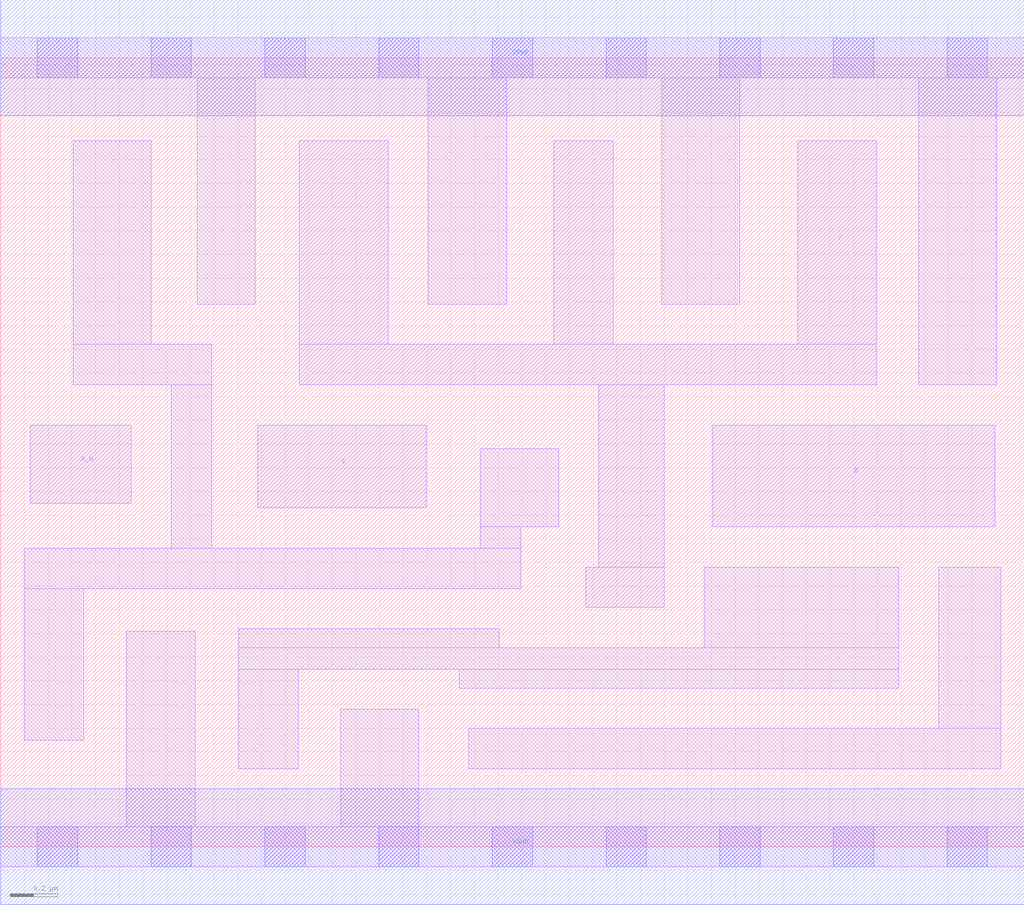
<source format=lef>
# Copyright 2020 The SkyWater PDK Authors
#
# Licensed under the Apache License, Version 2.0 (the "License");
# you may not use this file except in compliance with the License.
# You may obtain a copy of the License at
#
#     https://www.apache.org/licenses/LICENSE-2.0
#
# Unless required by applicable law or agreed to in writing, software
# distributed under the License is distributed on an "AS IS" BASIS,
# WITHOUT WARRANTIES OR CONDITIONS OF ANY KIND, either express or implied.
# See the License for the specific language governing permissions and
# limitations under the License.
#
# SPDX-License-Identifier: Apache-2.0

VERSION 5.7 ;
  NAMESCASESENSITIVE ON ;
  NOWIREEXTENSIONATPIN ON ;
  DIVIDERCHAR "/" ;
  BUSBITCHARS "[]" ;
UNITS
  DATABASE MICRONS 200 ;
END UNITS
MACRO sky130_fd_sc_hs__nand3b_2
  CLASS CORE ;
  FOREIGN sky130_fd_sc_hs__nand3b_2 ;
  ORIGIN  0.000000  0.000000 ;
  SIZE  4.320000 BY  3.330000 ;
  SYMMETRY X Y ;
  SITE unit ;
  PIN A_N
    ANTENNAGATEAREA  0.246000 ;
    DIRECTION INPUT ;
    USE SIGNAL ;
    PORT
      LAYER li1 ;
        RECT 0.125000 1.450000 0.550000 1.780000 ;
    END
  END A_N
  PIN B
    ANTENNAGATEAREA  0.558000 ;
    DIRECTION INPUT ;
    USE SIGNAL ;
    PORT
      LAYER li1 ;
        RECT 3.005000 1.350000 4.195000 1.780000 ;
    END
  END B
  PIN C
    ANTENNAGATEAREA  0.558000 ;
    DIRECTION INPUT ;
    USE SIGNAL ;
    PORT
      LAYER li1 ;
        RECT 1.085000 1.430000 1.795000 1.780000 ;
    END
  END C
  PIN Y
    ANTENNADIFFAREA  1.332800 ;
    DIRECTION OUTPUT ;
    USE SIGNAL ;
    PORT
      LAYER li1 ;
        RECT 1.260000 1.950000 3.695000 2.120000 ;
        RECT 1.260000 2.120000 1.635000 2.980000 ;
        RECT 2.335000 2.120000 2.585000 2.980000 ;
        RECT 2.470000 1.010000 2.800000 1.180000 ;
        RECT 2.525000 1.180000 2.800000 1.950000 ;
        RECT 3.365000 2.120000 3.695000 2.980000 ;
    END
  END Y
  PIN VGND
    DIRECTION INOUT ;
    USE GROUND ;
    PORT
      LAYER met1 ;
        RECT 0.000000 -0.245000 4.320000 0.245000 ;
    END
  END VGND
  PIN VPWR
    DIRECTION INOUT ;
    USE POWER ;
    PORT
      LAYER met1 ;
        RECT 0.000000 3.085000 4.320000 3.575000 ;
    END
  END VPWR
  OBS
    LAYER li1 ;
      RECT 0.000000 -0.085000 4.320000 0.085000 ;
      RECT 0.000000  3.245000 4.320000 3.415000 ;
      RECT 0.100000  0.450000 0.350000 1.090000 ;
      RECT 0.100000  1.090000 2.195000 1.260000 ;
      RECT 0.305000  1.950000 0.890000 2.120000 ;
      RECT 0.305000  2.120000 0.635000 2.980000 ;
      RECT 0.530000  0.085000 0.820000 0.910000 ;
      RECT 0.720000  1.260000 0.890000 1.950000 ;
      RECT 0.830000  2.290000 1.075000 3.245000 ;
      RECT 1.005000  0.330000 1.255000 0.750000 ;
      RECT 1.005000  0.750000 3.790000 0.840000 ;
      RECT 1.005000  0.840000 2.105000 0.920000 ;
      RECT 1.435000  0.085000 1.765000 0.580000 ;
      RECT 1.805000  2.290000 2.135000 3.245000 ;
      RECT 1.935000  0.670000 3.790000 0.750000 ;
      RECT 1.975000  0.330000 4.220000 0.500000 ;
      RECT 2.025000  1.260000 2.195000 1.350000 ;
      RECT 2.025000  1.350000 2.355000 1.680000 ;
      RECT 2.790000  2.290000 3.120000 3.245000 ;
      RECT 2.970000  0.840000 3.790000 1.180000 ;
      RECT 3.875000  1.950000 4.205000 3.245000 ;
      RECT 3.960000  0.500000 4.220000 1.180000 ;
    LAYER mcon ;
      RECT 0.155000 -0.085000 0.325000 0.085000 ;
      RECT 0.155000  3.245000 0.325000 3.415000 ;
      RECT 0.635000 -0.085000 0.805000 0.085000 ;
      RECT 0.635000  3.245000 0.805000 3.415000 ;
      RECT 1.115000 -0.085000 1.285000 0.085000 ;
      RECT 1.115000  3.245000 1.285000 3.415000 ;
      RECT 1.595000 -0.085000 1.765000 0.085000 ;
      RECT 1.595000  3.245000 1.765000 3.415000 ;
      RECT 2.075000 -0.085000 2.245000 0.085000 ;
      RECT 2.075000  3.245000 2.245000 3.415000 ;
      RECT 2.555000 -0.085000 2.725000 0.085000 ;
      RECT 2.555000  3.245000 2.725000 3.415000 ;
      RECT 3.035000 -0.085000 3.205000 0.085000 ;
      RECT 3.035000  3.245000 3.205000 3.415000 ;
      RECT 3.515000 -0.085000 3.685000 0.085000 ;
      RECT 3.515000  3.245000 3.685000 3.415000 ;
      RECT 3.995000 -0.085000 4.165000 0.085000 ;
      RECT 3.995000  3.245000 4.165000 3.415000 ;
  END
END sky130_fd_sc_hs__nand3b_2
END LIBRARY

</source>
